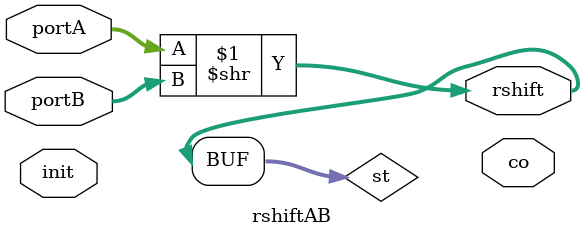
<source format=v>
`timescale 1ns / 1ps


module rshiftAB(init, portA, portB,co, rshift);

  input init;
  input [3 :0] portA;
  input [3 :0] portB;
  output co;
  output [7 :0] rshift;
  
  
  wire [7:0] st;
  assign rshift= st[7:0];

  assign st  = 	portA>>portB;

endmodule

</source>
